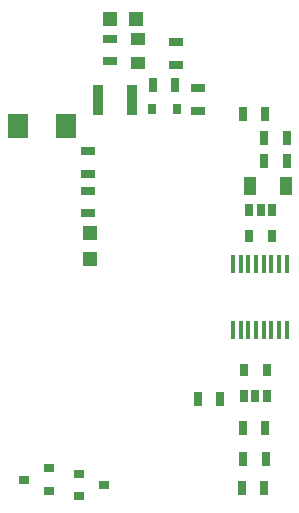
<source format=gtp>
G04 #@! TF.GenerationSoftware,KiCad,Pcbnew,5.0.0-fee4fd1~66~ubuntu18.04.1*
G04 #@! TF.CreationDate,2019-02-11T21:46:51-05:00*
G04 #@! TF.ProjectId,IMD_v1,494D445F76312E6B696361645F706362,rev?*
G04 #@! TF.SameCoordinates,Original*
G04 #@! TF.FileFunction,Paste,Top*
G04 #@! TF.FilePolarity,Positive*
%FSLAX46Y46*%
G04 Gerber Fmt 4.6, Leading zero omitted, Abs format (unit mm)*
G04 Created by KiCad (PCBNEW 5.0.0-fee4fd1~66~ubuntu18.04.1) date Mon Feb 11 21:46:51 2019*
%MOMM*%
%LPD*%
G01*
G04 APERTURE LIST*
%ADD10R,1.250000X1.000000*%
%ADD11R,1.000000X1.600000*%
%ADD12R,1.778000X2.159000*%
%ADD13R,1.200000X1.200000*%
%ADD14R,0.800000X0.900000*%
%ADD15R,0.900000X2.500000*%
%ADD16R,0.900000X0.800000*%
%ADD17R,1.300000X0.700000*%
%ADD18R,0.700000X1.300000*%
%ADD19R,0.650000X1.060000*%
%ADD20R,0.350000X1.600000*%
G04 APERTURE END LIST*
D10*
G04 #@! TO.C,C1*
X105600500Y-63595000D03*
X105600500Y-61595000D03*
G04 #@! TD*
D11*
G04 #@! TO.C,C2*
X118149500Y-73977500D03*
X115149500Y-73977500D03*
G04 #@! TD*
D12*
G04 #@! TO.C,D1*
X95440500Y-68961000D03*
X99504500Y-68961000D03*
G04 #@! TD*
D13*
G04 #@! TO.C,D2*
X105473500Y-59880500D03*
X103273500Y-59880500D03*
G04 #@! TD*
D14*
G04 #@! TO.C,D3*
X108907000Y-67500500D03*
X106807000Y-67500500D03*
G04 #@! TD*
D13*
G04 #@! TO.C,D4*
X101600000Y-77978000D03*
X101600000Y-80178000D03*
G04 #@! TD*
D15*
G04 #@! TO.C,F1*
X102256000Y-66738500D03*
X105156000Y-66738500D03*
G04 #@! TD*
D16*
G04 #@! TO.C,Q1*
X102777000Y-99314000D03*
X100677000Y-100264000D03*
X100677000Y-98364000D03*
G04 #@! TD*
G04 #@! TO.C,Q2*
X98078000Y-99819500D03*
X98078000Y-97919500D03*
X95978000Y-98869500D03*
G04 #@! TD*
D17*
G04 #@! TO.C,R1*
X103251000Y-61531500D03*
X103251000Y-63431500D03*
G04 #@! TD*
D18*
G04 #@! TO.C,R2*
X106870500Y-65468500D03*
X108770500Y-65468500D03*
G04 #@! TD*
D17*
G04 #@! TO.C,R3*
X108839000Y-63751500D03*
X108839000Y-61851500D03*
G04 #@! TD*
G04 #@! TO.C,R4*
X110680500Y-67625000D03*
X110680500Y-65725000D03*
G04 #@! TD*
D18*
G04 #@! TO.C,R5*
X116393000Y-67945000D03*
X114493000Y-67945000D03*
G04 #@! TD*
G04 #@! TO.C,R6*
X114432000Y-99568000D03*
X116332000Y-99568000D03*
G04 #@! TD*
G04 #@! TO.C,R7*
X114495500Y-94488000D03*
X116395500Y-94488000D03*
G04 #@! TD*
G04 #@! TO.C,R8*
X118234500Y-69977000D03*
X116334500Y-69977000D03*
G04 #@! TD*
G04 #@! TO.C,R9*
X112585500Y-92011500D03*
X110685500Y-92011500D03*
G04 #@! TD*
G04 #@! TO.C,R10*
X116334500Y-71882000D03*
X118234500Y-71882000D03*
G04 #@! TD*
D17*
G04 #@! TO.C,R11*
X101409500Y-71056500D03*
X101409500Y-72956500D03*
G04 #@! TD*
G04 #@! TO.C,R12*
X101409500Y-76322000D03*
X101409500Y-74422000D03*
G04 #@! TD*
D18*
G04 #@! TO.C,R13*
X116459000Y-97091500D03*
X114559000Y-97091500D03*
G04 #@! TD*
D19*
G04 #@! TO.C,U2*
X114622500Y-89557500D03*
X116522500Y-89557500D03*
X116522500Y-91757500D03*
X115572500Y-91757500D03*
X114622500Y-91757500D03*
G04 #@! TD*
G04 #@! TO.C,U3*
X116964500Y-76052500D03*
X116014500Y-76052500D03*
X115064500Y-76052500D03*
X115064500Y-78252500D03*
X116964500Y-78252500D03*
G04 #@! TD*
D20*
G04 #@! TO.C,U4*
X113676000Y-86239000D03*
X114326000Y-86239000D03*
X114976000Y-86239000D03*
X115626000Y-86239000D03*
X116276000Y-86239000D03*
X116926000Y-86239000D03*
X117576000Y-86239000D03*
X118226000Y-86239000D03*
X118226000Y-80639000D03*
X117576000Y-80639000D03*
X116926000Y-80639000D03*
X116276000Y-80639000D03*
X115626000Y-80639000D03*
X114976000Y-80639000D03*
X114326000Y-80639000D03*
X113676000Y-80639000D03*
G04 #@! TD*
M02*

</source>
